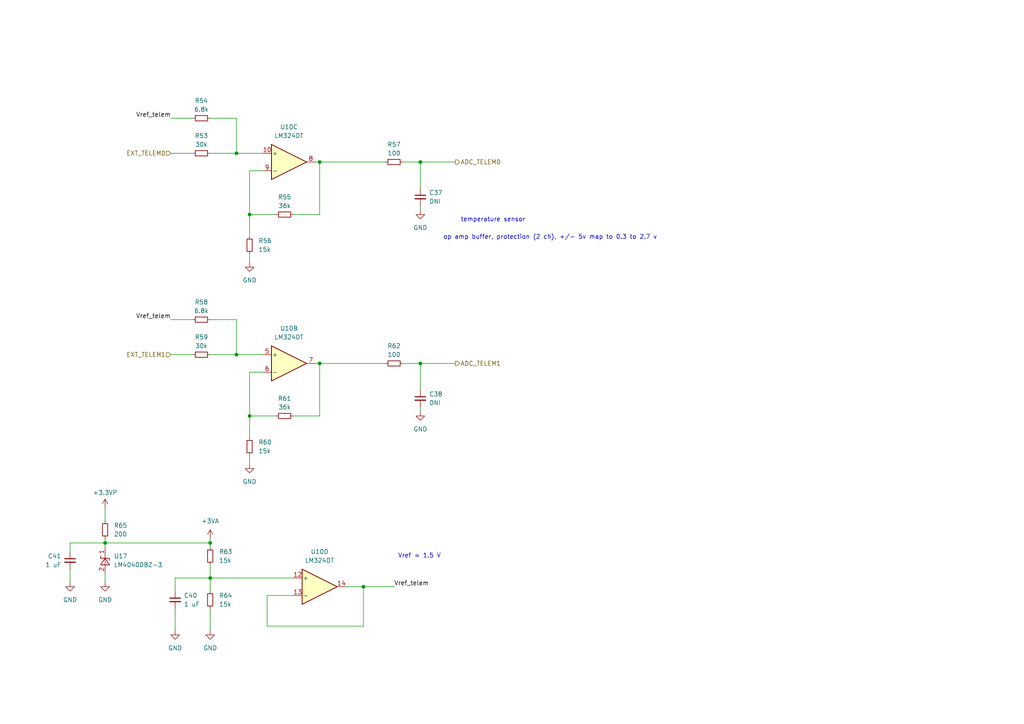
<source format=kicad_sch>
(kicad_sch (version 20230819) (generator eeschema)
  (paper "A4")
  (lib_symbols
    (symbol "Amplifier_Operational:LM324" (pin_names (offset 0.127))
      (property "Reference" "U" (at 0 5.08 0))
      (property "Value" "LM324" (at 0 -5.08 0))
      (symbol "LM324_1_1"
        (polyline (pts (xy -5.08 5.08) (xy 5.08 0) (xy -5.08 -5.08) (xy -5.08 5.08)) (stroke (width 0.254)) (fill (type background)))
        (pin output line (at 7.62 0 180) (length 2.54) (name "~") (number "1"))
        (pin input line (at -7.62 -2.54 0) (length 2.54) (name "-") (number "2"))
        (pin input line (at -7.62 2.54 0) (length 2.54) (name "+") (number "3"))
      )
      (symbol "LM324_2_1"
        (polyline (pts (xy -5.08 5.08) (xy 5.08 0) (xy -5.08 -5.08) (xy -5.08 5.08)) (stroke (width 0.254)) (fill (type background)))
        (pin input line (at -7.62 2.54 0) (length 2.54) (name "+") (number "5"))
        (pin input line (at -7.62 -2.54 0) (length 2.54) (name "-") (number "6"))
        (pin output line (at 7.62 0 180) (length 2.54) (name "~") (number "7"))
      )
      (symbol "LM324_3_1"
        (polyline (pts (xy -5.08 5.08) (xy 5.08 0) (xy -5.08 -5.08) (xy -5.08 5.08)) (stroke (width 0.254)) (fill (type background)))
        (pin input line (at -7.62 2.54 0) (length 2.54) (name "+") (number "10"))
        (pin output line (at 7.62 0 180) (length 2.54) (name "~") (number "8"))
        (pin input line (at -7.62 -2.54 0) (length 2.54) (name "-") (number "9"))
      )
      (symbol "LM324_4_1"
        (polyline (pts (xy -5.08 5.08) (xy 5.08 0) (xy -5.08 -5.08) (xy -5.08 5.08)) (stroke (width 0.254)) (fill (type background)))
        (pin input line (at -7.62 2.54 0) (length 2.54) (name "+") (number "12"))
        (pin input line (at -7.62 -2.54 0) (length 2.54) (name "-") (number "13"))
        (pin output line (at 7.62 0 180) (length 2.54) (name "~") (number "14"))
      )
      (symbol "LM324_5_1"
        (pin power_in line (at -2.54 -7.62 90) (length 3.81) (name "V-") (number "11"))
        (pin power_in line (at -2.54 7.62 270) (length 3.81) (name "V+") (number "4"))
      )
    )
    (symbol "Device:C_Small" (pin_numbers hide) (pin_names (offset 0.254) hide)
      (property "Reference" "C" (at 0.254 1.778 0))
      (property "Value" "C_Small" (at 0.254 -2.032 0))
      (symbol "C_Small_0_1"
        (polyline (pts (xy -1.524 -0.508) (xy 1.524 -0.508)) (stroke (width 0.3302)))
        (polyline (pts (xy -1.524 0.508) (xy 1.524 0.508)) (stroke (width 0.3048)))
      )
      (symbol "C_Small_1_1"
        (pin passive line (at 0 2.54 270) (length 2.032) (name "~") (number "1"))
        (pin passive line (at 0 -2.54 90) (length 2.032) (name "~") (number "2"))
      )
    )
    (symbol "Device:R_Small" (pin_numbers hide) (pin_names (offset 0.254) hide)
      (property "Reference" "R" (at 0.762 0.508 0))
      (property "Value" "R_Small" (at 0.762 -1.016 0))
      (symbol "R_Small_0_1"
        (rectangle (start -0.762 1.778) (end 0.762 -1.778) (stroke (width 0.2032)))
      )
      (symbol "R_Small_1_1"
        (pin passive line (at 0 2.54 270) (length 0.762) (name "~") (number "1"))
        (pin passive line (at 0 -2.54 90) (length 0.762) (name "~") (number "2"))
      )
    )
    (symbol "Reference_Voltage:LM4040DBZ-3" (pin_names (offset 0.0254) hide)
      (property "Reference" "U" (at 0 2.54 0))
      (property "Value" "LM4040DBZ-3" (at 0 -3.175 0))
      (symbol "LM4040DBZ-3_0_1"
        (polyline (pts (xy -1.27 0) (xy 0 0) (xy 1.27 0)))
        (polyline (pts (xy -1.27 -1.27) (xy 0.635 0) (xy -1.27 1.27) (xy -1.27 -1.27)) (stroke (width 0.2032)))
        (polyline (pts (xy 0 -1.27) (xy 0.635 -1.27) (xy 0.635 1.27) (xy 1.27 1.27)) (stroke (width 0.2032)))
      )
      (symbol "LM4040DBZ-3_1_1"
        (pin passive line (at 3.81 0 180) (length 2.54) (name "K") (number "1"))
        (pin passive line (at -3.81 0 0) (length 2.54) (name "A") (number "2"))
      )
    )
    (symbol "power:+3.3VP" (power) (pin_names (offset 0))
      (property "Value" "+3.3VP" (at 0 2.54 0))
      (symbol "+3.3VP_0_0"
        (pin power_in line (at 0 0 90) (length 0) hide (name "+3.3VP") (number "1"))
      )
      (symbol "+3.3VP_0_1"
        (polyline (pts (xy -0.762 1.27) (xy 0 2.54)))
        (polyline (pts (xy 0 0) (xy 0 2.54)))
        (polyline (pts (xy 0 2.54) (xy 0.762 1.27)))
      )
    )
    (symbol "power:GND" (power) (pin_names (offset 0))
      (property "Value" "GND" (at 0 -3.81 0))
      (symbol "GND_0_1"
        (polyline (pts (xy 0 0) (xy 0 -1.27) (xy 1.27 -1.27) (xy 0 -2.54) (xy -1.27 -1.27) (xy 0 -1.27)))
      )
      (symbol "GND_1_1"
        (pin power_in line (at 0 0 270) (length 0) hide (name "GND") (number "1"))
      )
    )
  )
  (junction (at 105.41 170.18))
  (junction (at 92.71 105.41))
  (junction (at 72.39 120.65))
  (junction (at 68.58 44.45))
  (junction (at 60.96 157.48))
  (junction (at 60.96 167.64))
  (junction (at 121.92 105.41))
  (junction (at 72.39 62.23))
  (junction (at 30.48 157.48))
  (junction (at 68.58 102.87))
  (junction (at 92.71 46.99))
  (junction (at 121.92 46.99))
  (wire (pts (xy 72.39 120.65) (xy 72.39 127)))
  (wire (pts (xy 121.92 59.69) (xy 121.92 60.96)))
  (wire (pts (xy 72.39 132.08) (xy 72.39 134.62)))
  (wire (pts (xy 72.39 62.23) (xy 72.39 49.53)))
  (wire (pts (xy 85.09 172.72) (xy 77.47 172.72)))
  (wire (pts (xy 60.96 102.87) (xy 68.58 102.87)))
  (wire (pts (xy 105.41 181.61) (xy 105.41 170.18)))
  (wire (pts (xy 30.48 166.37) (xy 30.48 168.91)))
  (wire (pts (xy 30.48 157.48) (xy 30.48 158.75)))
  (wire (pts (xy 60.96 167.64) (xy 60.96 171.45)))
  (wire (pts (xy 121.92 105.41) (xy 132.08 105.41)))
  (wire (pts (xy 92.71 105.41) (xy 111.76 105.41)))
  (wire (pts (xy 30.48 157.48) (xy 60.96 157.48)))
  (wire (pts (xy 72.39 62.23) (xy 72.39 68.58)))
  (wire (pts (xy 121.92 118.11) (xy 121.92 119.38)))
  (wire (pts (xy 68.58 34.29) (xy 68.58 44.45)))
  (wire (pts (xy 50.8 176.53) (xy 50.8 182.88)))
  (wire (pts (xy 60.96 157.48) (xy 60.96 158.75)))
  (wire (pts (xy 92.71 105.41) (xy 91.44 105.41)))
  (wire (pts (xy 50.8 167.64) (xy 60.96 167.64)))
  (wire (pts (xy 49.53 92.71) (xy 55.88 92.71)))
  (wire (pts (xy 68.58 102.87) (xy 76.2 102.87)))
  (wire (pts (xy 49.53 44.45) (xy 55.88 44.45)))
  (wire (pts (xy 105.41 170.18) (xy 114.3 170.18)))
  (wire (pts (xy 49.53 34.29) (xy 55.88 34.29)))
  (wire (pts (xy 60.96 156.21) (xy 60.96 157.48)))
  (wire (pts (xy 72.39 120.65) (xy 72.39 107.95)))
  (wire (pts (xy 49.53 102.87) (xy 55.88 102.87)))
  (wire (pts (xy 72.39 107.95) (xy 76.2 107.95)))
  (wire (pts (xy 121.92 46.99) (xy 132.08 46.99)))
  (wire (pts (xy 92.71 120.65) (xy 92.71 105.41)))
  (wire (pts (xy 121.92 46.99) (xy 121.92 54.61)))
  (wire (pts (xy 20.32 165.1) (xy 20.32 168.91)))
  (wire (pts (xy 68.58 44.45) (xy 76.2 44.45)))
  (wire (pts (xy 92.71 62.23) (xy 92.71 46.99)))
  (wire (pts (xy 92.71 46.99) (xy 111.76 46.99)))
  (wire (pts (xy 50.8 171.45) (xy 50.8 167.64)))
  (wire (pts (xy 60.96 163.83) (xy 60.96 167.64)))
  (wire (pts (xy 20.32 157.48) (xy 20.32 160.02)))
  (wire (pts (xy 92.71 46.99) (xy 91.44 46.99)))
  (wire (pts (xy 85.09 62.23) (xy 92.71 62.23)))
  (wire (pts (xy 72.39 62.23) (xy 80.01 62.23)))
  (wire (pts (xy 77.47 172.72) (xy 77.47 181.61)))
  (wire (pts (xy 60.96 92.71) (xy 68.58 92.71)))
  (wire (pts (xy 77.47 181.61) (xy 105.41 181.61)))
  (wire (pts (xy 116.84 105.41) (xy 121.92 105.41)))
  (wire (pts (xy 116.84 46.99) (xy 121.92 46.99)))
  (wire (pts (xy 68.58 92.71) (xy 68.58 102.87)))
  (wire (pts (xy 60.96 44.45) (xy 68.58 44.45)))
  (wire (pts (xy 100.33 170.18) (xy 105.41 170.18)))
  (wire (pts (xy 85.09 120.65) (xy 92.71 120.65)))
  (wire (pts (xy 60.96 176.53) (xy 60.96 182.88)))
  (wire (pts (xy 60.96 34.29) (xy 68.58 34.29)))
  (wire (pts (xy 121.92 105.41) (xy 121.92 113.03)))
  (wire (pts (xy 72.39 73.66) (xy 72.39 76.2)))
  (wire (pts (xy 20.32 157.48) (xy 30.48 157.48)))
  (wire (pts (xy 30.48 156.21) (xy 30.48 157.48)))
  (wire (pts (xy 30.48 147.32) (xy 30.48 151.13)))
  (wire (pts (xy 72.39 49.53) (xy 76.2 49.53)))
  (wire (pts (xy 60.96 167.64) (xy 85.09 167.64)))
  (wire (pts (xy 72.39 120.65) (xy 80.01 120.65)))
  (text "op amp buffer, protection (2 ch), +/- 5v map to 0.3 to 2.7 v" (at 128.524 69.596 0) (effects (font (size 1.27 1.27)) (justify left bottom)))
  (text "temperature sensor\n" (at 133.604 64.516 0) (effects (font (size 1.27 1.27)) (justify left bottom)))
  (text "Vref = 1.5 V" (at 121.666 161.29 0) (effects (font (size 1.27 1.27))))
  (label "Vref_telem" (at 49.53 34.29 180))
  (label "Vref_telem" (at 49.53 92.71 180))
  (label "Vref_telem" (at 114.3 170.18 0))
  (hierarchical_label "ADC_TELEM1" (shape output) (at 132.08 105.41 0))
  (hierarchical_label "EXT_TELEM0" (shape input) (at 49.53 44.45 180))
  (hierarchical_label "ADC_TELEM0" (shape output) (at 132.08 46.99 0))
  (hierarchical_label "EXT_TELEM1" (shape input) (at 49.53 102.87 180))
  (symbol (lib_id "power:GND") (at 121.92 119.38 0) (unit 1)
    (property "Reference" "#PWR093" (effects hide))
    (property "Value" "GND" (at 121.92 124.46 0))
    (property "Description" "Power symbol creates a global label with name \"GND\" , ground" (effects hide))
  )
  (symbol (lib_id "Device:C_Small") (at 20.32 162.56 0) (mirror y) (unit 1)
    (property "Reference" "C41" (at 17.78 161.2962 0) (effects (justify left)))
    (property "Value" "1 uF" (at 17.78 163.8362 0) (effects (justify left)))
    (property "Description" "Unpolarized capacitor, small symbol" (effects hide))
  )
  (symbol (lib_id "Device:R_Small") (at 58.42 102.87 90) (unit 1)
    (property "Reference" "R59" (at 58.42 97.79 90))
    (property "Value" "30k" (at 58.42 100.33 90))
    (property "Description" "Resistor, small symbol" (effects hide))
  )
  (symbol (lib_id "Device:R_Small") (at 58.42 34.29 90) (unit 1)
    (property "Reference" "R54" (at 58.42 29.21 90))
    (property "Value" "6.8k" (at 58.42 31.75 90))
    (property "Description" "Resistor, small symbol" (effects hide))
  )
  (symbol (lib_id "power:GND") (at 20.32 168.91 0) (unit 1)
    (property "Reference" "#PWR099" (effects hide))
    (property "Value" "GND" (at 20.32 173.99 0))
    (property "Description" "Power symbol creates a global label with name \"GND\" , ground" (effects hide))
  )
  (symbol (lib_id "Amplifier_Operational:LM324") (at 83.82 105.41 0) (unit 2)
    (property "Reference" "U10" (at 83.82 95.25 0))
    (property "Value" "LM324DT" (at 83.82 97.79 0))
    (property "Footprint" "Package_SO:SO-14_3.9x8.65mm_P1.27mm" (effects hide))
    (property "Datasheet" "http://www.ti.com/lit/ds/symlink/lm2902-n.pdf" (effects hide))
  )
  (symbol (lib_id "power:GND") (at 121.92 60.96 0) (unit 1)
    (property "Reference" "#PWR091" (effects hide))
    (property "Value" "GND" (at 121.92 66.04 0))
    (property "Description" "Power symbol creates a global label with name \"GND\" , ground" (effects hide))
  )
  (symbol (lib_id "Device:R_Small") (at 58.42 92.71 90) (unit 1)
    (property "Reference" "R58" (at 58.42 87.63 90))
    (property "Value" "6.8k" (at 58.42 90.17 90))
    (property "Description" "Resistor, small symbol" (effects hide))
  )
  (symbol (lib_id "Device:C_Small") (at 50.8 173.99 0) (unit 1)
    (property "Reference" "C40" (at 53.34 172.7262 0) (effects (justify left)))
    (property "Value" "1 uF" (at 53.34 175.2662 0) (effects (justify left)))
    (property "Description" "Unpolarized capacitor, small symbol" (effects hide))
  )
  (symbol (lib_id "Device:R_Small") (at 72.39 71.12 180) (unit 1)
    (property "Reference" "R56" (at 74.93 69.8499 0) (effects (justify right)))
    (property "Value" "15k" (at 74.93 72.3899 0) (effects (justify right)))
    (property "Description" "Resistor, small symbol" (effects hide))
  )
  (symbol (lib_id "Device:R_Small") (at 72.39 129.54 180) (unit 1)
    (property "Reference" "R60" (at 74.93 128.2699 0) (effects (justify right)))
    (property "Value" "15k" (at 74.93 130.8099 0) (effects (justify right)))
    (property "Description" "Resistor, small symbol" (effects hide))
  )
  (symbol (lib_id "power:GND") (at 50.8 182.88 0) (unit 1)
    (property "Reference" "#PWR098" (effects hide))
    (property "Value" "GND" (at 50.8 187.96 0))
    (property "Description" "Power symbol creates a global label with name \"GND\" , ground" (effects hide))
  )
  (symbol (lib_id "power:GND") (at 60.96 182.88 0) (unit 1)
    (property "Reference" "#PWR097" (effects hide))
    (property "Value" "GND" (at 60.96 187.96 0))
    (property "Description" "Power symbol creates a global label with name \"GND\" , ground" (effects hide))
  )
  (symbol (lib_id "Device:R_Small") (at 60.96 161.29 180) (unit 1)
    (property "Reference" "R63" (at 63.5 160.0199 0) (effects (justify right)))
    (property "Value" "15k" (at 63.5 162.5599 0) (effects (justify right)))
    (property "Description" "Resistor, small symbol" (effects hide))
  )
  (symbol (lib_id "Device:R_Small") (at 114.3 105.41 90) (unit 1)
    (property "Reference" "R62" (at 114.3 100.33 90))
    (property "Value" "100" (at 114.3 102.87 90))
    (property "Description" "Resistor, small symbol" (effects hide))
  )
  (symbol (lib_id "Reference_Voltage:LM4040DBZ-3") (at 30.48 162.56 90) (unit 1)
    (property "Reference" "U17" (at 33.02 161.2899 90) (effects (justify right)))
    (property "Value" "LM4040DBZ-3" (at 33.02 163.8299 90) (effects (justify right)))
    (property "Footprint" "Package_TO_SOT_SMD:SOT-23" (effects hide))
    (property "Datasheet" "http://www.ti.com/lit/ds/symlink/lm4040-n.pdf" (effects hide))
    (property "Description" "3.000V Precision Micropower Shunt Voltage Reference, SOT-23" (effects hide))
  )
  (symbol (lib_id "Device:R_Small") (at 82.55 62.23 90) (unit 1)
    (property "Reference" "R55" (at 82.55 57.15 90))
    (property "Value" "36k" (at 82.55 59.69 90))
    (property "Description" "Resistor, small symbol" (effects hide))
  )
  (symbol (lib_id "power:+3.3VP") (at 30.48 147.32 0) (unit 1)
    (property "Reference" "#PWR016" (effects hide))
    (property "Value" "+3.3VP" (at 30.48 142.875 0))
    (instances (project "bias_controller" (path "" (reference "#PWR016") (unit 1)) (path "" (reference "#PWR031") (unit 1)) (path "" (reference "#PWR0101") (unit 1))))
  )
  (symbol (lib_id "Device:R_Small") (at 58.42 44.45 90) (unit 1)
    (property "Reference" "R53" (at 58.42 39.37 90))
    (property "Value" "30k" (at 58.42 41.91 90))
    (property "Description" "Resistor, small symbol" (effects hide))
  )
  (symbol (lib_id "Device:R_Small") (at 60.96 173.99 180) (unit 1)
    (property "Reference" "R64" (at 63.5 172.7199 0) (effects (justify right)))
    (property "Value" "15k" (at 63.5 175.2599 0) (effects (justify right)))
    (property "Description" "Resistor, small symbol" (effects hide))
  )
  (symbol (lib_id "Amplifier_Operational:LM324") (at 83.82 46.99 0) (unit 3)
    (property "Reference" "U10" (at 83.82 36.83 0))
    (property "Value" "LM324DT" (at 83.82 39.37 0))
    (property "Footprint" "Package_SO:SO-14_3.9x8.65mm_P1.27mm" (effects hide))
    (property "Datasheet" "http://www.ti.com/lit/ds/symlink/lm2902-n.pdf" (effects hide))
  )
  (symbol (lib_id "Device:C_Small") (at 121.92 115.57 0) (unit 1)
    (property "Reference" "C38" (at 124.46 114.3062 0) (effects (justify left)))
    (property "Value" "DNI" (at 124.46 116.8462 0) (effects (justify left)))
    (property "Description" "Unpolarized capacitor, small symbol" (effects hide))
  )
  (symbol (lib_id "Device:R_Small") (at 82.55 120.65 90) (unit 1)
    (property "Reference" "R61" (at 82.55 115.57 90))
    (property "Value" "36k" (at 82.55 118.11 90))
    (property "Description" "Resistor, small symbol" (effects hide))
  )
  (symbol (lib_id "power:GND") (at 72.39 76.2 0) (unit 1)
    (property "Reference" "#PWR090" (effects hide))
    (property "Value" "GND" (at 72.39 81.28 0))
    (property "Description" "Power symbol creates a global label with name \"GND\" , ground" (effects hide))
  )
  (symbol (lib_id "Device:R_Small") (at 114.3 46.99 90) (unit 1)
    (property "Reference" "R57" (at 114.3 41.91 90))
    (property "Value" "100" (at 114.3 44.45 90))
    (property "Description" "Resistor, small symbol" (effects hide))
  )
  (symbol (lib_id "Device:C_Small") (at 121.92 57.15 0) (unit 1)
    (property "Reference" "C37" (at 124.46 55.8862 0) (effects (justify left)))
    (property "Value" "DNI" (at 124.46 58.4262 0) (effects (justify left)))
    (property "Description" "Unpolarized capacitor, small symbol" (effects hide))
  )
  (symbol (lib_id "power:GND") (at 30.48 168.91 0) (unit 1)
    (property "Reference" "#PWR0100" (effects hide))
    (property "Value" "GND" (at 30.48 173.99 0))
    (property "Description" "Power symbol creates a global label with name \"GND\" , ground" (effects hide))
  )
  (symbol (lib_id "power:GND") (at 72.39 134.62 0) (unit 1)
    (property "Reference" "#PWR092" (effects hide))
    (property "Value" "GND" (at 72.39 139.7 0))
    (property "Description" "Power symbol creates a global label with name \"GND\" , ground" (effects hide))
  )
  (symbol (lib_id "power:+3.3VP") (at 60.96 156.21 0) (unit 1)
    (property "Reference" "#PWR016" (effects hide))
    (property "Value" "+3VA" (at 60.96 151.13 0))
    (instances (project "bias_controller" (path "" (reference "#PWR016") (unit 1)) (path "" (reference "#PWR094") (unit 1)) (path "" (reference "#PWR0110") (unit 1))))
  )
  (symbol (lib_id "Device:R_Small") (at 30.48 153.67 180) (unit 1)
    (property "Reference" "R65" (at 33.02 152.3999 0) (effects (justify right)))
    (property "Value" "200" (at 33.02 154.9399 0) (effects (justify right)))
    (property "Description" "Resistor, small symbol" (effects hide))
  )
  (symbol (lib_id "Amplifier_Operational:LM324") (at 92.71 170.18 0) (unit 4)
    (property "Reference" "U10" (at 92.71 160.02 0))
    (property "Value" "LM324DT" (at 92.71 162.56 0))
    (property "Footprint" "Package_SO:SO-14_3.9x8.65mm_P1.27mm" (effects hide))
    (property "Datasheet" "http://www.ti.com/lit/ds/symlink/lm2902-n.pdf" (effects hide))
  )
)
</source>
